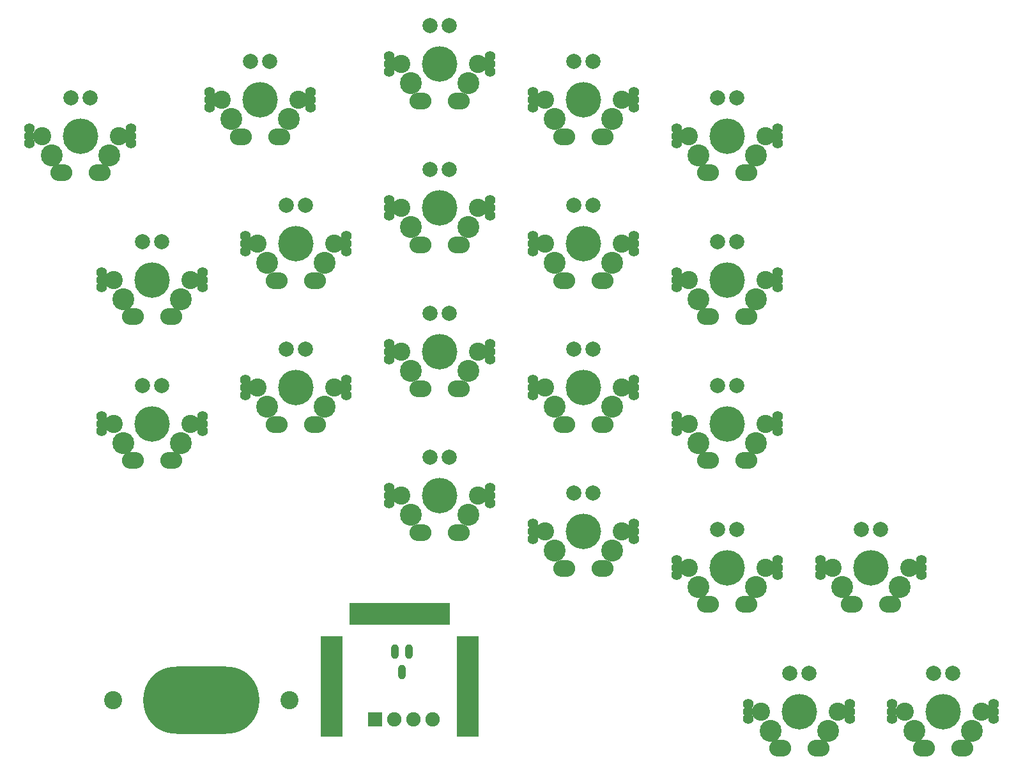
<source format=gbs>
G04 #@! TF.GenerationSoftware,KiCad,Pcbnew,(5.0.0-rc2-dev-301-g33f795be4)*
G04 #@! TF.CreationDate,2018-03-30T23:59:37+02:00*
G04 #@! TF.ProjectId,kissboard,6B697373626F6172642E6B696361645F,rev?*
G04 #@! TF.SameCoordinates,Original*
G04 #@! TF.FileFunction,Soldermask,Bot*
G04 #@! TF.FilePolarity,Negative*
%FSLAX46Y46*%
G04 Gerber Fmt 4.6, Leading zero omitted, Abs format (unit mm)*
G04 Created by KiCad (PCBNEW (5.0.0-rc2-dev-301-g33f795be4)) date 03/30/18 23:59:37*
%MOMM*%
%LPD*%
G01*
G04 APERTURE LIST*
%ADD10C,1.400000*%
%ADD11O,2.900000X2.200000*%
%ADD12C,2.900000*%
%ADD13C,2.400000*%
%ADD14C,4.700000*%
%ADD15C,2.000000*%
%ADD16C,1.900000*%
%ADD17R,1.900000X1.900000*%
%ADD18O,15.400000X8.900000*%
%ADD19O,1.050000X1.950000*%
%ADD20R,1.200000X2.900000*%
%ADD21R,2.900000X1.200000*%
G04 APERTURE END LIST*
D10*
X150462500Y-115681250D03*
X150462500Y-117681250D03*
X150462500Y-116681250D03*
D11*
X159702500Y-121558050D03*
D12*
X153352500Y-119221250D03*
D11*
X154622500Y-121558050D03*
D12*
X160972500Y-119221250D03*
D13*
X152082500Y-116681250D03*
X162242500Y-116681250D03*
D14*
X157162500Y-116681250D03*
D10*
X163862500Y-116681250D03*
X163862500Y-115681250D03*
X163862500Y-117681250D03*
D15*
X158432500Y-111601250D03*
X155892500Y-111601250D03*
D16*
X89535000Y-117729000D03*
X86995000Y-117729000D03*
X84455000Y-117729000D03*
D17*
X81915000Y-117729000D03*
D13*
X47228000Y-115189000D03*
X70628000Y-115189000D03*
D18*
X58928000Y-115189000D03*
D10*
X45687500Y-77581250D03*
X45687500Y-79581250D03*
X45687500Y-78581250D03*
D11*
X54927500Y-83458050D03*
D12*
X48577500Y-81121250D03*
D11*
X49847500Y-83458050D03*
D12*
X56197500Y-81121250D03*
D13*
X47307500Y-78581250D03*
X57467500Y-78581250D03*
D14*
X52387500Y-78581250D03*
D10*
X59087500Y-78581250D03*
X59087500Y-77581250D03*
X59087500Y-79581250D03*
D15*
X53657500Y-73501250D03*
X51117500Y-73501250D03*
X65405000Y-30638750D03*
X67945000Y-30638750D03*
D10*
X73375000Y-36718750D03*
X73375000Y-34718750D03*
X73375000Y-35718750D03*
D14*
X66675000Y-35718750D03*
D13*
X71755000Y-35718750D03*
X61595000Y-35718750D03*
D12*
X70485000Y-38258750D03*
D11*
X64135000Y-40595550D03*
D12*
X62865000Y-38258750D03*
D11*
X69215000Y-40595550D03*
D10*
X59975000Y-35718750D03*
X59975000Y-36718750D03*
X59975000Y-34718750D03*
X83787500Y-29956250D03*
X83787500Y-31956250D03*
X83787500Y-30956250D03*
D11*
X93027500Y-35833050D03*
D12*
X86677500Y-33496250D03*
D11*
X87947500Y-35833050D03*
D12*
X94297500Y-33496250D03*
D13*
X85407500Y-30956250D03*
X95567500Y-30956250D03*
D14*
X90487500Y-30956250D03*
D10*
X97187500Y-30956250D03*
X97187500Y-29956250D03*
X97187500Y-31956250D03*
D15*
X91757500Y-25876250D03*
X89217500Y-25876250D03*
X108267500Y-30638750D03*
X110807500Y-30638750D03*
D10*
X116237500Y-36718750D03*
X116237500Y-34718750D03*
X116237500Y-35718750D03*
D14*
X109537500Y-35718750D03*
D13*
X114617500Y-35718750D03*
X104457500Y-35718750D03*
D12*
X113347500Y-38258750D03*
D11*
X106997500Y-40595550D03*
D12*
X105727500Y-38258750D03*
D11*
X112077500Y-40595550D03*
D10*
X102837500Y-35718750D03*
X102837500Y-36718750D03*
X102837500Y-34718750D03*
X121887500Y-39481250D03*
X121887500Y-41481250D03*
X121887500Y-40481250D03*
D11*
X131127500Y-45358050D03*
D12*
X124777500Y-43021250D03*
D11*
X126047500Y-45358050D03*
D12*
X132397500Y-43021250D03*
D13*
X123507500Y-40481250D03*
X133667500Y-40481250D03*
D14*
X128587500Y-40481250D03*
D10*
X135287500Y-40481250D03*
X135287500Y-39481250D03*
X135287500Y-41481250D03*
D15*
X129857500Y-35401250D03*
X127317500Y-35401250D03*
X51117500Y-54451250D03*
X53657500Y-54451250D03*
D10*
X59087500Y-60531250D03*
X59087500Y-58531250D03*
X59087500Y-59531250D03*
D14*
X52387500Y-59531250D03*
D13*
X57467500Y-59531250D03*
X47307500Y-59531250D03*
D12*
X56197500Y-62071250D03*
D11*
X49847500Y-64408050D03*
D12*
X48577500Y-62071250D03*
D11*
X54927500Y-64408050D03*
D10*
X45687500Y-59531250D03*
X45687500Y-60531250D03*
X45687500Y-58531250D03*
X64737500Y-53768750D03*
X64737500Y-55768750D03*
X64737500Y-54768750D03*
D11*
X73977500Y-59645550D03*
D12*
X67627500Y-57308750D03*
D11*
X68897500Y-59645550D03*
D12*
X75247500Y-57308750D03*
D13*
X66357500Y-54768750D03*
X76517500Y-54768750D03*
D14*
X71437500Y-54768750D03*
D10*
X78137500Y-54768750D03*
X78137500Y-53768750D03*
X78137500Y-55768750D03*
D15*
X72707500Y-49688750D03*
X70167500Y-49688750D03*
X89217500Y-44926250D03*
X91757500Y-44926250D03*
D10*
X97187500Y-51006250D03*
X97187500Y-49006250D03*
X97187500Y-50006250D03*
D14*
X90487500Y-50006250D03*
D13*
X95567500Y-50006250D03*
X85407500Y-50006250D03*
D12*
X94297500Y-52546250D03*
D11*
X87947500Y-54883050D03*
D12*
X86677500Y-52546250D03*
D11*
X93027500Y-54883050D03*
D10*
X83787500Y-50006250D03*
X83787500Y-51006250D03*
X83787500Y-49006250D03*
X102837500Y-53768750D03*
X102837500Y-55768750D03*
X102837500Y-54768750D03*
D11*
X112077500Y-59645550D03*
D12*
X105727500Y-57308750D03*
D11*
X106997500Y-59645550D03*
D12*
X113347500Y-57308750D03*
D13*
X104457500Y-54768750D03*
X114617500Y-54768750D03*
D14*
X109537500Y-54768750D03*
D10*
X116237500Y-54768750D03*
X116237500Y-53768750D03*
X116237500Y-55768750D03*
D15*
X110807500Y-49688750D03*
X108267500Y-49688750D03*
X127317500Y-54451250D03*
X129857500Y-54451250D03*
D10*
X135287500Y-60531250D03*
X135287500Y-58531250D03*
X135287500Y-59531250D03*
D14*
X128587500Y-59531250D03*
D13*
X133667500Y-59531250D03*
X123507500Y-59531250D03*
D12*
X132397500Y-62071250D03*
D11*
X126047500Y-64408050D03*
D12*
X124777500Y-62071250D03*
D11*
X131127500Y-64408050D03*
D10*
X121887500Y-59531250D03*
X121887500Y-60531250D03*
X121887500Y-58531250D03*
X102837500Y-72818750D03*
X102837500Y-74818750D03*
X102837500Y-73818750D03*
D11*
X112077500Y-78695550D03*
D12*
X105727500Y-76358750D03*
D11*
X106997500Y-78695550D03*
D12*
X113347500Y-76358750D03*
D13*
X104457500Y-73818750D03*
X114617500Y-73818750D03*
D14*
X109537500Y-73818750D03*
D10*
X116237500Y-73818750D03*
X116237500Y-72818750D03*
X116237500Y-74818750D03*
D15*
X110807500Y-68738750D03*
X108267500Y-68738750D03*
X127317500Y-73501250D03*
X129857500Y-73501250D03*
D10*
X135287500Y-79581250D03*
X135287500Y-77581250D03*
X135287500Y-78581250D03*
D14*
X128587500Y-78581250D03*
D13*
X133667500Y-78581250D03*
X123507500Y-78581250D03*
D12*
X132397500Y-81121250D03*
D11*
X126047500Y-83458050D03*
D12*
X124777500Y-81121250D03*
D11*
X131127500Y-83458050D03*
D10*
X121887500Y-78581250D03*
X121887500Y-79581250D03*
X121887500Y-77581250D03*
X83787500Y-87106250D03*
X83787500Y-89106250D03*
X83787500Y-88106250D03*
D11*
X93027500Y-92983050D03*
D12*
X86677500Y-90646250D03*
D11*
X87947500Y-92983050D03*
D12*
X94297500Y-90646250D03*
D13*
X85407500Y-88106250D03*
X95567500Y-88106250D03*
D14*
X90487500Y-88106250D03*
D10*
X97187500Y-88106250D03*
X97187500Y-87106250D03*
X97187500Y-89106250D03*
D15*
X91757500Y-83026250D03*
X89217500Y-83026250D03*
X108267500Y-87788750D03*
X110807500Y-87788750D03*
D10*
X116237500Y-93868750D03*
X116237500Y-91868750D03*
X116237500Y-92868750D03*
D14*
X109537500Y-92868750D03*
D13*
X114617500Y-92868750D03*
X104457500Y-92868750D03*
D12*
X113347500Y-95408750D03*
D11*
X106997500Y-97745550D03*
D12*
X105727500Y-95408750D03*
D11*
X112077500Y-97745550D03*
D10*
X102837500Y-92868750D03*
X102837500Y-93868750D03*
X102837500Y-91868750D03*
X121887500Y-96631250D03*
X121887500Y-98631250D03*
X121887500Y-97631250D03*
D11*
X131127500Y-102508050D03*
D12*
X124777500Y-100171250D03*
D11*
X126047500Y-102508050D03*
D12*
X132397500Y-100171250D03*
D13*
X123507500Y-97631250D03*
X133667500Y-97631250D03*
D14*
X128587500Y-97631250D03*
D10*
X135287500Y-97631250D03*
X135287500Y-96631250D03*
X135287500Y-98631250D03*
D15*
X129857500Y-92551250D03*
X127317500Y-92551250D03*
X146367500Y-92551250D03*
X148907500Y-92551250D03*
D10*
X154337500Y-98631250D03*
X154337500Y-96631250D03*
X154337500Y-97631250D03*
D14*
X147637500Y-97631250D03*
D13*
X152717500Y-97631250D03*
X142557500Y-97631250D03*
D12*
X151447500Y-100171250D03*
D11*
X145097500Y-102508050D03*
D12*
X143827500Y-100171250D03*
D11*
X150177500Y-102508050D03*
D10*
X140937500Y-97631250D03*
X140937500Y-98631250D03*
X140937500Y-96631250D03*
X131412500Y-115681250D03*
X131412500Y-117681250D03*
X131412500Y-116681250D03*
D11*
X140652500Y-121558050D03*
D12*
X134302500Y-119221250D03*
D11*
X135572500Y-121558050D03*
D12*
X141922500Y-119221250D03*
D13*
X133032500Y-116681250D03*
X143192500Y-116681250D03*
D14*
X138112500Y-116681250D03*
D10*
X144812500Y-116681250D03*
X144812500Y-115681250D03*
X144812500Y-117681250D03*
D15*
X139382500Y-111601250D03*
X136842500Y-111601250D03*
X89217500Y-63976250D03*
X91757500Y-63976250D03*
D10*
X97187500Y-70056250D03*
X97187500Y-68056250D03*
X97187500Y-69056250D03*
D14*
X90487500Y-69056250D03*
D13*
X95567500Y-69056250D03*
X85407500Y-69056250D03*
D12*
X94297500Y-71596250D03*
D11*
X87947500Y-73933050D03*
D12*
X86677500Y-71596250D03*
D11*
X93027500Y-73933050D03*
D10*
X83787500Y-69056250D03*
X83787500Y-70056250D03*
X83787500Y-68056250D03*
X64737500Y-72818750D03*
X64737500Y-74818750D03*
X64737500Y-73818750D03*
D11*
X73977500Y-78695550D03*
D12*
X67627500Y-76358750D03*
D11*
X68897500Y-78695550D03*
D12*
X75247500Y-76358750D03*
D13*
X66357500Y-73818750D03*
X76517500Y-73818750D03*
D14*
X71437500Y-73818750D03*
D10*
X78137500Y-73818750D03*
X78137500Y-72818750D03*
X78137500Y-74818750D03*
D15*
X72707500Y-68738750D03*
X70167500Y-68738750D03*
D19*
X85471000Y-111434000D03*
X86421000Y-108784000D03*
X84521000Y-108784000D03*
D15*
X41592500Y-35401250D03*
X44132500Y-35401250D03*
D10*
X49562500Y-41481250D03*
X49562500Y-39481250D03*
X49562500Y-40481250D03*
D14*
X42862500Y-40481250D03*
D13*
X47942500Y-40481250D03*
X37782500Y-40481250D03*
D12*
X46672500Y-43021250D03*
D11*
X40322500Y-45358050D03*
D12*
X39052500Y-43021250D03*
D11*
X45402500Y-45358050D03*
D10*
X36162500Y-40481250D03*
X36162500Y-41481250D03*
X36162500Y-39481250D03*
D20*
X79166000Y-103759000D03*
X80266000Y-103759000D03*
X81366000Y-103759000D03*
X82466000Y-103759000D03*
X83566000Y-103759000D03*
X84666000Y-103759000D03*
X85766000Y-103759000D03*
X86866000Y-103759000D03*
X87966000Y-103759000D03*
X89066000Y-103759000D03*
X90166000Y-103759000D03*
X91266000Y-103759000D03*
D21*
X76216000Y-119459000D03*
X76216000Y-118359000D03*
X76216000Y-117259000D03*
X76216000Y-116159000D03*
X76216000Y-115059000D03*
X76216000Y-113959000D03*
X76216000Y-112859000D03*
X76216000Y-111759000D03*
X76216000Y-110659000D03*
X76216000Y-109559000D03*
X76216000Y-108459000D03*
X76216000Y-107359000D03*
X94216000Y-107359000D03*
X94216000Y-108459000D03*
X94216000Y-109559000D03*
X94216000Y-110659000D03*
X94216000Y-111759000D03*
X94216000Y-112859000D03*
X94216000Y-113959000D03*
X94216000Y-115059000D03*
X94216000Y-116159000D03*
X94216000Y-117259000D03*
X94216000Y-118359000D03*
X94216000Y-119459000D03*
M02*

</source>
